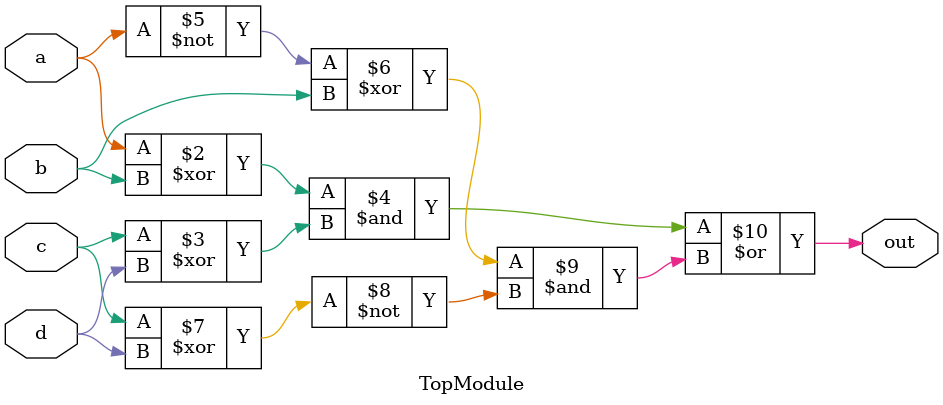
<source format=sv>

module TopModule (
  input a,
  input b,
  input c,
  input d,
  output reg out
);

always @(*) begin
  out = (a ^ b) & (c ^ d) | (~a ^ b) & ~(c ^ d);
end
endmodule

</source>
